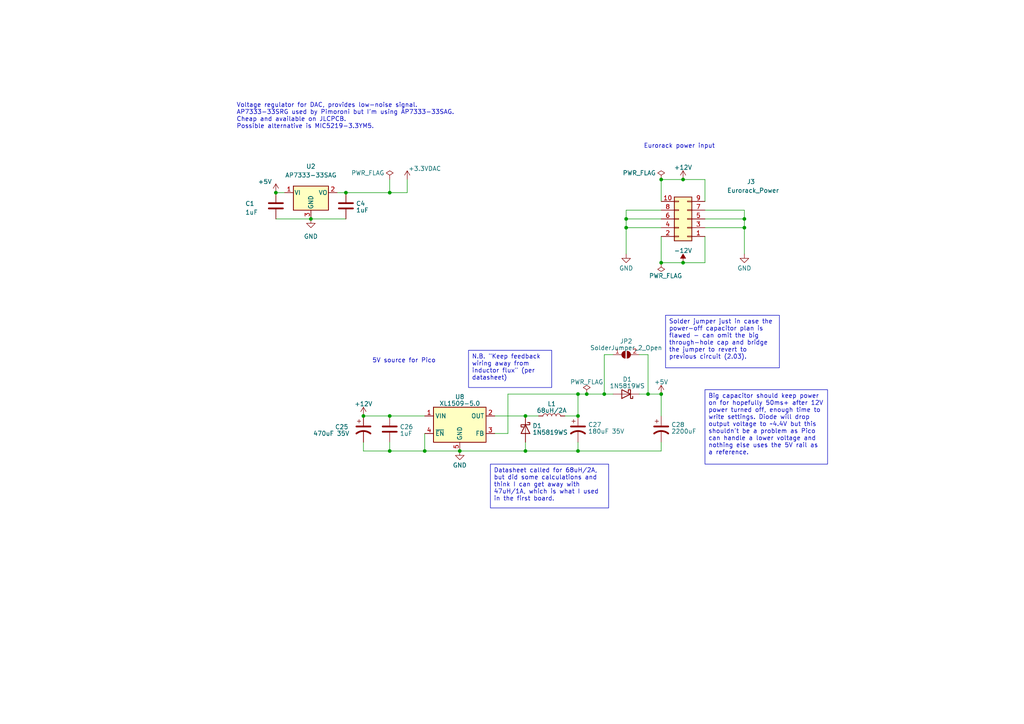
<source format=kicad_sch>
(kicad_sch (version 20230121) (generator eeschema)
  (paper "A4")
  (lib_symbols
    (symbol "Connector_Generic:Conn_02x05_Odd_Even" (pin_names (offset 1.016) hide)
      (property "Reference" "J" (at 1.27 7.62 0))
      (property "Value" "Conn_02x05_Odd_Even" (at 1.27 -7.62 0))
      (symbol "Conn_02x05_Odd_Even_1_1"
        (rectangle (start -1.27 -4.953) (end 0 -5.207) (stroke (width 0.1524)))
        (rectangle (start -1.27 -2.413) (end 0 -2.667) (stroke (width 0.1524)))
        (rectangle (start -1.27 0.127) (end 0 -0.127) (stroke (width 0.1524)))
        (rectangle (start -1.27 2.667) (end 0 2.413) (stroke (width 0.1524)))
        (rectangle (start -1.27 5.207) (end 0 4.953) (stroke (width 0.1524)))
        (rectangle (start -1.27 6.35) (end 3.81 -6.35) (stroke (width 0.254)) (fill (type background)))
        (rectangle (start 3.81 -4.953) (end 2.54 -5.207) (stroke (width 0.1524)))
        (rectangle (start 3.81 -2.413) (end 2.54 -2.667) (stroke (width 0.1524)))
        (rectangle (start 3.81 0.127) (end 2.54 -0.127) (stroke (width 0.1524)))
        (rectangle (start 3.81 2.667) (end 2.54 2.413) (stroke (width 0.1524)))
        (rectangle (start 3.81 5.207) (end 2.54 4.953) (stroke (width 0.1524)))
        (pin passive line (at -5.08 5.08 0) (length 3.81) (name "Pin_1") (number "1"))
        (pin passive line (at 7.62 -5.08 180) (length 3.81) (name "Pin_10") (number "10"))
        (pin passive line (at 7.62 5.08 180) (length 3.81) (name "Pin_2") (number "2"))
        (pin passive line (at -5.08 2.54 0) (length 3.81) (name "Pin_3") (number "3"))
        (pin passive line (at 7.62 2.54 180) (length 3.81) (name "Pin_4") (number "4"))
        (pin passive line (at -5.08 0 0) (length 3.81) (name "Pin_5") (number "5"))
        (pin passive line (at 7.62 0 180) (length 3.81) (name "Pin_6") (number "6"))
        (pin passive line (at -5.08 -2.54 0) (length 3.81) (name "Pin_7") (number "7"))
        (pin passive line (at 7.62 -2.54 180) (length 3.81) (name "Pin_8") (number "8"))
        (pin passive line (at -5.08 -5.08 0) (length 3.81) (name "Pin_9") (number "9"))
      )
    )
    (symbol "Device:C" (pin_numbers hide) (pin_names (offset 0.254))
      (property "Reference" "C" (at 0.635 2.54 0))
      (property "Value" "C" (at 0.635 -2.54 0))
      (symbol "C_0_1"
        (polyline (pts (xy -2.032 -0.762) (xy 2.032 -0.762)) (stroke (width 0.508)))
        (polyline (pts (xy -2.032 0.762) (xy 2.032 0.762)) (stroke (width 0.508)))
      )
      (symbol "C_1_1"
        (pin passive line (at 0 3.81 270) (length 2.794) (name "~") (number "1"))
        (pin passive line (at 0 -3.81 90) (length 2.794) (name "~") (number "2"))
      )
    )
    (symbol "Device:C_Polarized_US" (pin_numbers hide) (pin_names (offset 0.254) hide)
      (property "Reference" "C" (at 0.635 2.54 0))
      (property "Value" "C_Polarized_US" (at 0.635 -2.54 0))
      (symbol "C_Polarized_US_0_1"
        (polyline (pts (xy -2.032 0.762) (xy 2.032 0.762)) (stroke (width 0.508)))
        (polyline (pts (xy -1.778 2.286) (xy -0.762 2.286)))
        (polyline (pts (xy -1.27 1.778) (xy -1.27 2.794)))
        (arc (start 2.032 -1.27) (mid 0 -0.5572) (end -2.032 -1.27) (stroke (width 0.508)))
      )
      (symbol "C_Polarized_US_1_1"
        (pin passive line (at 0 3.81 270) (length 2.794) (name "~") (number "1"))
        (pin passive line (at 0 -3.81 90) (length 3.302) (name "~") (number "2"))
      )
    )
    (symbol "Device:L" (pin_numbers hide) (pin_names (offset 1.016) hide)
      (property "Reference" "L" (at -1.27 0 90))
      (property "Value" "L" (at 1.905 0 90))
      (symbol "L_0_1"
        (arc (start 0 -2.54) (mid 0.6323 -1.905) (end 0 -1.27))
        (arc (start 0 -1.27) (mid 0.6323 -0.635) (end 0 0))
        (arc (start 0 0) (mid 0.6323 0.635) (end 0 1.27))
        (arc (start 0 1.27) (mid 0.6323 1.905) (end 0 2.54))
      )
      (symbol "L_1_1"
        (pin passive line (at 0 3.81 270) (length 1.27) (name "1") (number "1"))
        (pin passive line (at 0 -3.81 90) (length 1.27) (name "2") (number "2"))
      )
    )
    (symbol "Diode:1N5819WS" (pin_numbers hide) (pin_names (offset 1.016) hide)
      (property "Reference" "D" (at 0 2.54 0))
      (property "Value" "1N5819WS" (at 0 -2.54 0))
      (symbol "1N5819WS_0_1"
        (polyline (pts (xy 1.27 0) (xy -1.27 0)))
        (polyline (pts (xy 1.27 1.27) (xy 1.27 -1.27) (xy -1.27 0) (xy 1.27 1.27)) (stroke (width 0.254)))
        (polyline (pts (xy -1.905 0.635) (xy -1.905 1.27) (xy -1.27 1.27) (xy -1.27 -1.27) (xy -0.635 -1.27) (xy -0.635 -0.635)) (stroke (width 0.254)))
      )
      (symbol "1N5819WS_1_1"
        (pin passive line (at -3.81 0 0) (length 2.54) (name "K") (number "1"))
        (pin passive line (at 3.81 0 180) (length 2.54) (name "A") (number "2"))
      )
    )
    (symbol "Jumper:SolderJumper_2_Open" (pin_names (offset 0) hide)
      (property "Reference" "JP" (at 0 2.032 0))
      (property "Value" "SolderJumper_2_Open" (at 0 -2.54 0))
      (symbol "SolderJumper_2_Open_0_1"
        (arc (start -0.254 1.016) (mid -1.2656 0) (end -0.254 -1.016))
        (arc (start -0.254 1.016) (mid -1.2656 0) (end -0.254 -1.016) (fill (type outline)))
        (polyline (pts (xy -0.254 1.016) (xy -0.254 -1.016)))
        (polyline (pts (xy 0.254 1.016) (xy 0.254 -1.016)))
        (arc (start 0.254 -1.016) (mid 1.2656 0) (end 0.254 1.016))
        (arc (start 0.254 -1.016) (mid 1.2656 0) (end 0.254 1.016) (fill (type outline)))
      )
      (symbol "SolderJumper_2_Open_1_1"
        (pin passive line (at -3.81 0 0) (length 2.54) (name "A") (number "1"))
        (pin passive line (at 3.81 0 180) (length 2.54) (name "B") (number "2"))
      )
    )
    (symbol "Regulator_Linear:SPX2920M3-3.3_SOT223" (pin_names (offset 0.254))
      (property "Reference" "U4" (at 0 7.62 0))
      (property "Value" "AP7333-33SRG" (at 0 5.08 0))
      (symbol "SPX2920M3-3.3_SOT223_0_1"
        (rectangle (start -5.08 -5.08) (end 5.08 1.905) (stroke (width 0.254)) (fill (type background)))
      )
      (symbol "SPX2920M3-3.3_SOT223_1_1"
        (pin power_in line (at -7.62 0 0) (length 2.54) (name "VI") (number "1"))
        (pin power_out line (at 7.62 0 180) (length 2.54) (name "VO") (number "2"))
        (pin power_in line (at 0 -7.62 90) (length 2.54) (name "GND") (number "3"))
      )
    )
    (symbol "Regulator_Switching:XL1509-5.0"
      (property "Reference" "U" (at -7.112 6.096 0))
      (property "Value" "XL1509-5.0" (at 5.842 6.096 0))
      (symbol "XL1509-5.0_0_1"
        (rectangle (start -7.62 5.08) (end 7.62 -5.08) (stroke (width 0.254)) (fill (type background)))
      )
      (symbol "XL1509-5.0_1_1"
        (pin power_in line (at -10.16 2.54 0) (length 2.54) (name "VIN") (number "1"))
        (pin power_out line (at 10.16 2.54 180) (length 2.54) (name "OUT") (number "2"))
        (pin input line (at 10.16 -2.54 180) (length 2.54) (name "FB") (number "3"))
        (pin input line (at -10.16 -2.54 0) (length 2.54) (name "~{EN}") (number "4"))
        (pin power_in line (at 0 -7.62 90) (length 2.54) (name "GND") (number "5"))
        (pin passive line (at 0 -7.62 90) (length 2.54) hide (name "GND") (number "6"))
        (pin passive line (at 0 -7.62 90) (length 2.54) hide (name "GND") (number "7"))
        (pin passive line (at 0 -7.62 90) (length 2.54) hide (name "GND") (number "8"))
      )
    )
    (symbol "power:+12V" (power) (pin_names (offset 0))
      (property "Value" "+12V" (at 0 3.556 0))
      (symbol "+12V_0_1"
        (polyline (pts (xy -0.762 1.27) (xy 0 2.54)))
        (polyline (pts (xy 0 0) (xy 0 2.54)))
        (polyline (pts (xy 0 2.54) (xy 0.762 1.27)))
      )
      (symbol "+12V_1_1"
        (pin power_in line (at 0 0 90) (length 0) hide (name "+12V") (number "1"))
      )
    )
    (symbol "power:+3.3VDAC" (power) (pin_names (offset 0))
      (property "Value" "+3.3VDAC" (at 0 2.54 0))
      (symbol "+3.3VDAC_0_0"
        (pin power_in line (at 0 0 90) (length 0) hide (name "+3.3VDAC") (number "1"))
      )
      (symbol "+3.3VDAC_0_1"
        (polyline (pts (xy -0.762 1.27) (xy 0 2.54)))
        (polyline (pts (xy 0 0) (xy 0 2.54)))
        (polyline (pts (xy 0 2.54) (xy 0.762 1.27)))
      )
    )
    (symbol "power:+5V" (power) (pin_names (offset 0))
      (property "Value" "+5V" (at 0 3.556 0))
      (symbol "+5V_0_1"
        (polyline (pts (xy -0.762 1.27) (xy 0 2.54)))
        (polyline (pts (xy 0 0) (xy 0 2.54)))
        (polyline (pts (xy 0 2.54) (xy 0.762 1.27)))
      )
      (symbol "+5V_1_1"
        (pin power_in line (at 0 0 90) (length 0) hide (name "+5V") (number "1"))
      )
    )
    (symbol "power:-12V" (power) (pin_names (offset 0))
      (property "Value" "-12V" (at 0 3.81 0))
      (symbol "-12V_0_0"
        (pin power_in line (at 0 0 90) (length 0) hide (name "-12V") (number "1"))
      )
      (symbol "-12V_0_1"
        (polyline (pts (xy 0 0) (xy 0 1.27) (xy 0.762 1.27) (xy 0 2.54) (xy -0.762 1.27) (xy 0 1.27)) (fill (type outline)))
      )
    )
    (symbol "power:GND" (power) (pin_names (offset 0))
      (property "Value" "GND" (at 0 -3.81 0))
      (symbol "GND_0_1"
        (polyline (pts (xy 0 0) (xy 0 -1.27) (xy 1.27 -1.27) (xy 0 -2.54) (xy -1.27 -1.27) (xy 0 -1.27)))
      )
      (symbol "GND_1_1"
        (pin power_in line (at 0 0 270) (length 0) hide (name "GND") (number "1"))
      )
    )
    (symbol "power:PWR_FLAG" (power) (pin_numbers hide) (pin_names (offset 0) hide)
      (property "Value" "PWR_FLAG" (at 0 3.81 0))
      (symbol "PWR_FLAG_0_0"
        (pin power_out line (at 0 0 90) (length 0) (name "pwr") (number "1"))
      )
      (symbol "PWR_FLAG_0_1"
        (polyline (pts (xy 0 0) (xy 0 1.27) (xy -1.016 1.905) (xy 0 2.54) (xy 1.016 1.905) (xy 0 1.27)))
      )
    )
  )
  (junction (at 181.61 63.5))
  (junction (at 123.19 130.81))
  (junction (at 175.26 114.3))
  (junction (at 187.96 114.3))
  (junction (at 191.77 76.2))
  (junction (at 90.17 63.5))
  (junction (at 215.9 63.5))
  (junction (at 152.4 130.81))
  (junction (at 198.12 76.2))
  (junction (at 105.41 120.65))
  (junction (at 167.64 130.81))
  (junction (at 152.4 120.65))
  (junction (at 215.9 66.04))
  (junction (at 113.03 55.88))
  (junction (at 198.12 52.07))
  (junction (at 113.03 120.65))
  (junction (at 100.33 55.88))
  (junction (at 133.35 130.81))
  (junction (at 170.18 114.3))
  (junction (at 80.01 55.88))
  (junction (at 181.61 66.04))
  (junction (at 191.77 114.3))
  (junction (at 113.03 130.81))
  (junction (at 167.64 120.65))
  (junction (at 167.64 114.3))
  (junction (at 191.77 52.07))
  (wire (pts (xy 113.03 120.65) (xy 123.19 120.65)))
  (wire (pts (xy 167.64 130.81) (xy 191.77 130.81)))
  (wire (pts (xy 80.01 55.88) (xy 82.55 55.88)))
  (wire (pts (xy 113.03 130.81) (xy 123.19 130.81)))
  (wire (pts (xy 147.32 114.3) (xy 147.32 125.73)))
  (wire (pts (xy 191.77 128.27) (xy 191.77 130.81)))
  (wire (pts (xy 118.11 55.88) (xy 118.11 52.07)))
  (wire (pts (xy 191.77 68.58) (xy 191.77 76.2)))
  (wire (pts (xy 204.47 76.2) (xy 204.47 68.58)))
  (wire (pts (xy 204.47 63.5) (xy 215.9 63.5)))
  (wire (pts (xy 113.03 55.88) (xy 118.11 55.88)))
  (wire (pts (xy 181.61 60.96) (xy 181.61 63.5)))
  (wire (pts (xy 181.61 66.04) (xy 181.61 73.66)))
  (wire (pts (xy 175.26 114.3) (xy 177.8 114.3)))
  (wire (pts (xy 187.96 102.87) (xy 187.96 114.3)))
  (wire (pts (xy 185.42 114.3) (xy 187.96 114.3)))
  (wire (pts (xy 204.47 60.96) (xy 215.9 60.96)))
  (wire (pts (xy 167.64 114.3) (xy 170.18 114.3)))
  (wire (pts (xy 185.42 102.87) (xy 187.96 102.87)))
  (wire (pts (xy 167.64 120.65) (xy 167.64 114.3)))
  (wire (pts (xy 113.03 128.27) (xy 113.03 130.81)))
  (wire (pts (xy 198.12 76.2) (xy 204.47 76.2)))
  (wire (pts (xy 198.12 52.07) (xy 204.47 52.07)))
  (wire (pts (xy 191.77 60.96) (xy 181.61 60.96)))
  (wire (pts (xy 215.9 63.5) (xy 215.9 66.04)))
  (wire (pts (xy 80.01 63.5) (xy 90.17 63.5)))
  (wire (pts (xy 105.41 128.27) (xy 105.41 130.81)))
  (wire (pts (xy 143.51 120.65) (xy 152.4 120.65)))
  (wire (pts (xy 175.26 102.87) (xy 175.26 114.3)))
  (wire (pts (xy 191.77 58.42) (xy 191.77 52.07)))
  (wire (pts (xy 147.32 114.3) (xy 167.64 114.3)))
  (wire (pts (xy 163.83 120.65) (xy 167.64 120.65)))
  (wire (pts (xy 215.9 66.04) (xy 215.9 73.66)))
  (wire (pts (xy 123.19 130.81) (xy 133.35 130.81)))
  (wire (pts (xy 191.77 114.3) (xy 191.77 120.65)))
  (wire (pts (xy 113.03 52.07) (xy 113.03 55.88)))
  (wire (pts (xy 177.8 102.87) (xy 175.26 102.87)))
  (wire (pts (xy 170.18 114.3) (xy 175.26 114.3)))
  (wire (pts (xy 215.9 60.96) (xy 215.9 63.5)))
  (wire (pts (xy 105.41 120.65) (xy 113.03 120.65)))
  (wire (pts (xy 90.17 63.5) (xy 100.33 63.5)))
  (wire (pts (xy 100.33 55.88) (xy 113.03 55.88)))
  (wire (pts (xy 123.19 125.73) (xy 123.19 130.81)))
  (wire (pts (xy 181.61 63.5) (xy 181.61 66.04)))
  (wire (pts (xy 152.4 120.65) (xy 156.21 120.65)))
  (wire (pts (xy 204.47 66.04) (xy 215.9 66.04)))
  (wire (pts (xy 133.35 130.81) (xy 152.4 130.81)))
  (wire (pts (xy 191.77 63.5) (xy 181.61 63.5)))
  (wire (pts (xy 152.4 130.81) (xy 167.64 130.81)))
  (wire (pts (xy 191.77 76.2) (xy 198.12 76.2)))
  (wire (pts (xy 152.4 128.27) (xy 152.4 130.81)))
  (wire (pts (xy 147.32 125.73) (xy 143.51 125.73)))
  (wire (pts (xy 191.77 66.04) (xy 181.61 66.04)))
  (wire (pts (xy 105.41 130.81) (xy 113.03 130.81)))
  (wire (pts (xy 167.64 130.81) (xy 167.64 128.27)))
  (wire (pts (xy 204.47 52.07) (xy 204.47 58.42)))
  (wire (pts (xy 97.79 55.88) (xy 100.33 55.88)))
  (wire (pts (xy 187.96 114.3) (xy 191.77 114.3)))
  (wire (pts (xy 191.77 52.07) (xy 198.12 52.07)))
  (text_box "N.B. \"Keep feedback wiring away from inductor flux\" (per datasheet)" (at 135.89 101.6 0) (size 24.13 10.795) (effects (font (size 1.27 1.27)) (justify left top)))
  (text_box "Solder jumper just in case the power-off capacitor plan is flawed - can omit the big through-hole cap and bridge the jumper to revert to previous circuit (2.03)." (at 193.04 91.44 0) (size 33.02 15.24) (effects (font (size 1.27 1.27)) (justify left top)))
  (text_box "Big capacitor should keep power on for hopefully 50ms+ after 12V power turned off, enough time to write settings. Diode will drop output voltage to ~4.4V but this shouldn't be a problem as Pico can handle a lower voltage and nothing else uses the 5V rail as a reference." (at 204.47 113.03 0) (size 35.56 21.59) (effects (font (size 1.27 1.27)) (justify left top)))
  (text_box "Datasheet called for 68uH/2A, but did some calculations and think I can get away with 47uH/1A, which is what I used in the first board." (at 142.24 134.62 0) (size 34.29 12.7) (effects (font (size 1.27 1.27)) (justify left top)))
  (text "Eurorack power input" (at 186.69 43.18 0) (effects (font (size 1.27 1.27)) (justify left bottom)))
  (text "Voltage regulator for DAC, provides low-noise signal.\nAP7333-33SRG used by Pimoroni but I'm using AP7333-33SAG.\nCheap and available on JLCPCB.\nPossible alternative is MIC5219-3.3YM5." (at 68.58 37.465 0) (effects (font (size 1.27 1.27)) (justify left bottom)))
  (text "5V source for Pico" (at 107.95 105.41 0) (effects (font (size 1.27 1.27)) (justify left bottom)))
  (symbol (lib_id "power:PWR_FLAG") (at 170.18 114.3 0) (unit 1)
    (property "Reference" "#FLG06" (effects hide))
    (property "Value" "PWR_FLAG" (at 170.18 110.7981 0))
  )
  (symbol (lib_id "Device:C_Polarized_US") (at 105.41 124.46 0) (unit 1)
    (property "Reference" "C25" (at 97.155 123.825 0) (effects (justify left)))
    (property "Value" "470uF 35V" (at 90.805 125.73 0) (effects (justify left)))
    (property "Footprint" "Capacitor_THT:CP_Radial_D10.0mm_P5.00mm" (effects hide))
  )
  (symbol (lib_id "Device:C") (at 113.03 124.46 0) (unit 1)
    (property "Reference" "C26" (at 115.951 123.8163 0) (effects (justify left)))
    (property "Value" "1uF" (at 115.951 125.7373 0) (effects (justify left)))
    (property "Footprint" "Capacitor_SMD:C_0603_1608Metric" (effects hide))
  )
  (symbol (lib_id "power:GND") (at 181.61 73.66 0) (mirror y) (unit 1)
    (property "Reference" "#PWR044" (effects hide))
    (property "Value" "GND" (at 181.61 77.7955 0))
  )
  (symbol (lib_id "power:+3.3VDAC") (at 118.11 52.07 0) (unit 1)
    (property "Reference" "#PWR016" (effects hide))
    (property "Value" "+3.3VDAC" (at 123.19 48.895 0))
  )
  (symbol (lib_id "power:+5V") (at 80.01 55.88 0) (unit 1)
    (property "Reference" "#PWR012" (effects hide))
    (property "Value" "+5V" (at 76.835 52.705 0))
  )
  (symbol (lib_id "power:+5V") (at 191.77 114.3 0) (unit 1)
    (property "Reference" "#PWR049" (effects hide))
    (property "Value" "+5V" (at 191.77 110.7981 0))
  )
  (symbol (lib_id "Connector_Generic:Conn_02x05_Odd_Even") (at 199.39 63.5 180) (unit 1)
    (property "Reference" "J3" (at 217.805 52.705 0))
    (property "Value" "Eurorack_Power" (at 218.44 55.245 0))
    (property "Footprint" "Connector_IDC:IDC-Header_2x05_P2.54mm_Vertical" (effects hide))
  )
  (symbol (lib_id "Device:C") (at 100.33 59.69 0) (unit 1)
    (property "Reference" "C4" (at 103.251 59.0463 0) (effects (justify left)))
    (property "Value" "1uF" (at 103.251 60.9673 0) (effects (justify left)))
    (property "Footprint" "Capacitor_SMD:C_0603_1608Metric" (effects hide))
  )
  (symbol (lib_id "Device:C_Polarized_US") (at 191.77 124.46 0) (unit 1)
    (property "Reference" "C28" (at 194.691 123.1813 0) (effects (justify left)))
    (property "Value" "2200uF" (at 194.691 125.1023 0) (effects (justify left)))
    (property "Footprint" "Capacitor_THT:CP_Radial_D8.0mm_P3.50mm" (effects hide))
  )
  (symbol (lib_id "power:GND") (at 215.9 73.66 0) (unit 1)
    (property "Reference" "#PWR048" (effects hide))
    (property "Value" "GND" (at 215.9 77.7955 0))
  )
  (symbol (lib_id "Device:L") (at 160.02 120.65 90) (unit 1)
    (property "Reference" "L1" (at 160.02 117.1347 90))
    (property "Value" "68uH/2A" (at 160.02 119.0557 90))
    (property "Footprint" "Inductor_THT:L_Radial_D7.0mm_P3.00mm" (effects hide))
  )
  (symbol (lib_id "power:PWR_FLAG") (at 191.77 76.2 0) (mirror x) (unit 1)
    (property "Reference" "#FLG05" (effects hide))
    (property "Value" "PWR_FLAG" (at 193.04 80.01 0))
  )
  (symbol (lib_id "power:PWR_FLAG") (at 191.77 52.07 0) (unit 1)
    (property "Reference" "#FLG04" (effects hide))
    (property "Value" "PWR_FLAG" (at 185.42 50.165 0))
  )
  (symbol (lib_id "power:GND") (at 90.17 63.5 0) (unit 1)
    (property "Reference" "#PWR013" (effects hide))
    (property "Value" "GND" (at 90.17 68.58 0))
  )
  (symbol (lib_id "power:+12V") (at 105.41 120.65 0) (unit 1)
    (property "Reference" "#PWR043" (effects hide))
    (property "Value" "+12V" (at 105.41 117.1481 0))
  )
  (symbol (lib_id "power:+12V") (at 198.12 52.07 0) (unit 1)
    (property "Reference" "#PWR046" (effects hide))
    (property "Value" "+12V" (at 198.12 48.5681 0))
  )
  (symbol (lib_id "Jumper:SolderJumper_2_Open") (at 181.61 102.87 0) (unit 1)
    (property "Reference" "JP2" (at 181.61 98.9711 0))
    (property "Value" "SolderJumper_2_Open" (at 181.61 100.8921 0))
    (property "Footprint" "Jumper:SolderJumper-2_P1.3mm_Open_Pad1.0x1.5mm" (effects hide))
  )
  (symbol (lib_id "Device:C") (at 80.01 59.69 0) (unit 1)
    (property "Reference" "C1" (at 71.12 59.055 0) (effects (justify left)))
    (property "Value" "1uF" (at 71.12 61.595 0) (effects (justify left)))
    (property "Footprint" "Capacitor_SMD:C_0603_1608Metric" (effects hide))
  )
  (symbol (lib_id "Device:C_Polarized_US") (at 167.64 124.46 0) (unit 1)
    (property "Reference" "C27" (at 170.561 123.1813 0) (effects (justify left)))
    (property "Value" "180uF 35V" (at 170.561 125.1023 0) (effects (justify left)))
    (property "Footprint" "Capacitor_THT:CP_Radial_D8.0mm_P3.50mm" (effects hide))
  )
  (symbol (lib_id "Regulator_Linear:SPX2920M3-3.3_SOT223") (at 90.17 55.88 0) (unit 1)
    (property "Reference" "U2" (at 90.17 48.26 0))
    (property "Value" "AP7333-33SAG" (at 90.17 50.8 0))
    (property "Footprint" "Package_TO_SOT_SMD:SOT-23" (effects hide))
    (property "Datasheet" "http://www.zlgmcu.com/Sipex/LDO/PDF/spx2920.pdf" (effects hide))
  )
  (symbol (lib_id "power:PWR_FLAG") (at 113.03 52.07 0) (unit 1)
    (property "Reference" "#FLG07" (effects hide))
    (property "Value" "PWR_FLAG" (at 106.68 50.165 0))
  )
  (symbol (lib_id "Diode:1N5819WS") (at 181.61 114.3 180) (unit 1)
    (property "Reference" "D1" (at 181.9275 110.0201 0))
    (property "Value" "1N5819WS" (at 181.9275 111.9411 0))
    (property "Footprint" "Diode_SMD:D_SOD-323" (effects hide))
    (property "Datasheet" "https://datasheet.lcsc.com/lcsc/2204281430_Guangdong-Hottech-1N5819WS_C191023.pdf" (effects hide))
    (instances (project "dk2_04_bottom" (path "" (reference "D1") (unit 1)) (path "" (reference "D3") (unit 1))))
  )
  (symbol (lib_id "power:GND") (at 133.35 130.81 0) (unit 1)
    (property "Reference" "#PWR045" (effects hide))
    (property "Value" "GND" (at 133.35 134.9455 0))
  )
  (symbol (lib_id "Regulator_Switching:XL1509-5.0") (at 133.35 123.19 0) (unit 1)
    (property "Reference" "U8" (at 133.35 115.1001 0))
    (property "Value" "XL1509-5.0" (at 133.35 117.0211 0))
    (property "Footprint" "Package_SO:SOIC-8_3.9x4.9mm_P1.27mm" (effects hide))
    (property "Datasheet" "https://datasheet.lcsc.com/lcsc/1809050422_XLSEMI-XL1509-5-0E1_C61063.pdf" (effects hide))
  )
  (symbol (lib_id "power:-12V") (at 198.12 76.2 0) (unit 1)
    (property "Reference" "#PWR047" (effects hide))
    (property "Value" "-12V" (at 198.12 72.6981 0))
  )
  (symbol (lib_id "Diode:1N5819WS") (at 152.4 124.46 270) (unit 1)
    (property "Reference" "D1" (at 154.432 123.4988 90) (effects (justify left)))
    (property "Value" "1N5819WS" (at 154.432 125.4198 90) (effects (justify left)))
    (property "Footprint" "Diode_SMD:D_SOD-323" (effects hide))
    (property "Datasheet" "https://datasheet.lcsc.com/lcsc/2204281430_Guangdong-Hottech-1N5819WS_C191023.pdf" (effects hide))
    (instances (project "dk2_04_bottom" (path "" (reference "D1") (unit 1)) (path "" (reference "D2") (unit 1))))
  )
)
</source>
